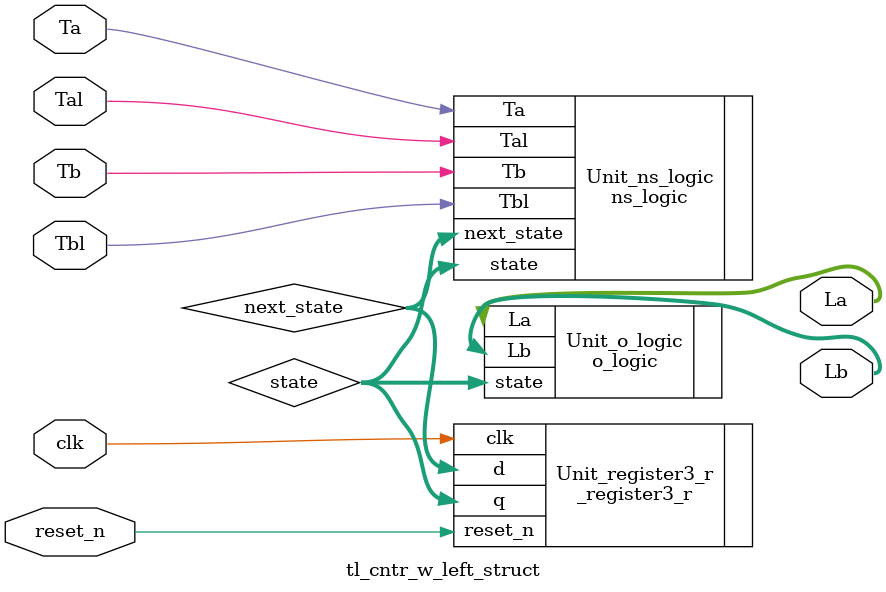
<source format=v>
module tl_cntr_w_left_struct(clk, reset_n, Ta, Tal, Tb, Tbl, La, Lb);
	input clk, reset_n, Ta, Tal, Tb, Tbl;
	output [1:0] La, Lb;
	
	wire [2:0] state, next_state;
	
	// instance structural traffic controller with left
	ns_logic Unit_ns_logic(.Ta(Ta), .Tal(Tal), .Tb(Tb), .Tbl(Tbl), .state(state), .next_state(next_state));
	_register3_r Unit_register3_r(.clk(clk), .reset_n(reset_n), .d(next_state), .q(state));
	o_logic Unit_o_logic(.state(state), .La(La), .Lb(Lb));
	
endmodule

</source>
